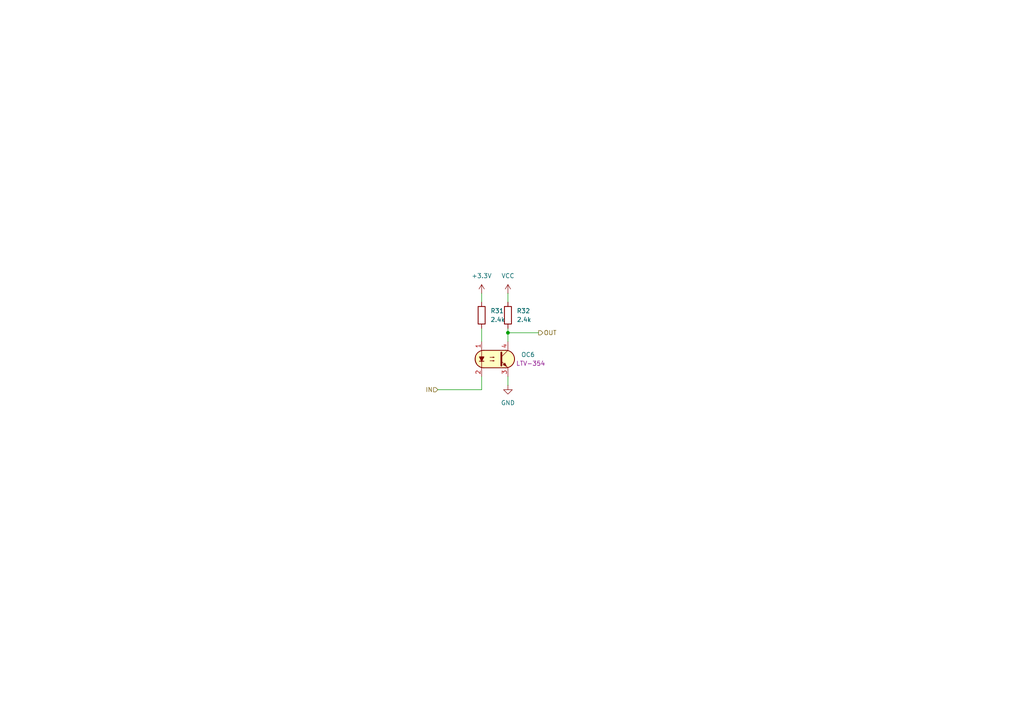
<source format=kicad_sch>
(kicad_sch (version 20250114) (generator "eeschema") (generator_version "9.0")
  (paper "A4")
  (lib_symbols
    (symbol "Optocoupler_AKL:FOD817S" (pin_names (offset 1.016))
      (property "Reference" "OC" (at 6.35 1.27 0))
      (property "Value" "FOD817S" (at 6.35 -1.27 0))
      (symbol "FOD817S_0_1"
        (polyline (pts (xy -4.445 -0.635) (xy -3.175 -0.635)) (stroke (width 0.254)))
        (polyline (pts (xy -3.81 -0.635) (xy -4.445 0.635) (xy -3.175 0.635) (xy -3.81 -0.635)) (stroke (width 0.254)) (fill (type outline)))
        (polyline (pts (xy -3.81 -2.54) (xy -3.81 -1.27) (xy -3.81 2.54)) (stroke (width 0.1524)))
        (polyline (pts (xy -3.175 2.54) (xy 3.175 2.54)) (stroke (width 0.254)))
        (arc (start -3.1975 -2.54) (mid -5.7151 0) (end -3.1975 2.54) (stroke (width 0.254)))
        (polyline (pts (xy -2.54 2.54) (xy 3.429 2.54) (xy 4.318 2.286) (xy 4.699 2.032) (xy 5.08 1.651) (xy 5.461 1.016) (xy 5.715 0.381) (xy 5.715 -0.381) (xy 5.461 -1.143) (xy 4.826 -1.905) (xy 4.191 -2.286) (xy 3.302 -2.54) (xy -3.81 -2.54) (xy -3.81 -2.54) (xy -4.572 -2.032) (xy -5.08 -1.778) (xy -5.588 -0.508) (xy -5.588 0.254) (xy -5.588 1.016) (xy -5.08 1.778) (xy -4.318 2.286) (xy -3.556 2.54) (xy -2.54 2.54)) (stroke (width 0.01)) (fill (type background)))
        (polyline (pts (xy -1.397 0.508) (xy -0.127 0.508) (xy -0.508 0.381) (xy -0.508 0.635) (xy -0.127 0.508)))
        (polyline (pts (xy -1.397 -0.508) (xy -0.127 -0.508) (xy -0.508 -0.635) (xy -0.508 -0.381) (xy -0.127 -0.508)))
        (polyline (pts (xy 1.905 1.905) (xy 1.905 -1.905) (xy 1.905 -1.905)) (stroke (width 0.508)))
        (polyline (pts (xy 1.905 0.635) (xy 3.81 2.54)))
        (polyline (pts (xy 2.413 -1.651) (xy 2.921 -1.143) (xy 3.429 -2.159) (xy 2.413 -1.651) (xy 2.413 -1.651)) (fill (type outline)))
        (arc (start 3.1975 2.54) (mid 5.7151 0) (end 3.1975 -2.54) (stroke (width 0.254)))
        (polyline (pts (xy 3.175 -2.54) (xy -3.175 -2.54)) (stroke (width 0.254)))
        (polyline (pts (xy 3.81 -2.54) (xy 1.905 -0.635)) (fill (type outline)))
      )
      (symbol "FOD817S_1_1"
        (pin passive line (at -3.81 5.08 270) (length 2.54) (name "~") (number "1"))
        (pin passive line (at -3.81 -5.08 90) (length 2.54) (name "~") (number "2"))
        (pin passive line (at 3.81 5.08 270) (length 2.54) (name "~") (number "4"))
        (pin passive line (at 3.81 -5.08 90) (length 2.54) (name "~") (number "3"))
      )
    )
    (symbol "Resistor_AKL:R_0603" (pin_numbers (hide yes)) (pin_names (offset 0))
      (property "Reference" "R" (at 2.54 1.27 0))
      (property "Value" "R_0603" (at 2.54 -1.27 0))
      (symbol "R_0603_0_1"
        (rectangle (start -1.016 2.54) (end 1.016 -2.54) (stroke (width 0.254)))
      )
      (symbol "R_0603_0_2"
        (polyline (pts (xy -2.54 -2.54) (xy -1.524 -1.524)))
        (polyline (pts (xy 1.524 1.524) (xy 2.54 2.54)))
        (polyline (pts (xy 1.524 1.524) (xy 0.889 2.159) (xy -2.159 -0.889) (xy -0.889 -2.159) (xy 2.159 0.889) (xy 1.524 1.524)) (stroke (width 0.254)))
      )
      (symbol "R_0603_1_1"
        (pin passive line (at 0 3.81 270) (length 1.27) (name "~") (number "1"))
        (pin passive line (at 0 -3.81 90) (length 1.27) (name "~") (number "2"))
      )
      (symbol "R_0603_1_2"
        (pin passive line (at -2.54 -2.54 0) (length 0) (name "") (number "2"))
        (pin passive line (at 2.54 2.54 180) (length 0) (name "") (number "1"))
      )
    )
    (symbol "power:+3.3V" (power) (pin_numbers (hide yes)) (pin_names (offset 0) (hide yes))
      (property "Value" "+3.3V" (at 0 3.556 0))
      (symbol "+3.3V_0_1"
        (polyline (pts (xy -0.762 1.27) (xy 0 2.54)))
        (polyline (pts (xy 0 2.54) (xy 0.762 1.27)))
        (polyline (pts (xy 0 0) (xy 0 2.54)))
      )
      (symbol "+3.3V_1_1"
        (pin power_in line (at 0 0 90) (length 0) (name "~") (number "1"))
      )
    )
    (symbol "power:GND" (power) (pin_numbers (hide yes)) (pin_names (offset 0) (hide yes))
      (property "Value" "GND" (at 0 -3.81 0))
      (symbol "GND_0_1"
        (polyline (pts (xy 0 0) (xy 0 -1.27) (xy 1.27 -1.27) (xy 0 -2.54) (xy -1.27 -1.27) (xy 0 -1.27)))
      )
      (symbol "GND_1_1"
        (pin power_in line (at 0 0 270) (length 0) (name "~") (number "1"))
      )
    )
    (symbol "power:VCC" (power) (pin_numbers (hide yes)) (pin_names (offset 0) (hide yes))
      (property "Value" "VCC" (at 0 3.556 0))
      (symbol "VCC_0_1"
        (polyline (pts (xy -0.762 1.27) (xy 0 2.54)))
        (polyline (pts (xy 0 2.54) (xy 0.762 1.27)))
        (polyline (pts (xy 0 0) (xy 0 2.54)))
      )
      (symbol "VCC_1_1"
        (pin power_in line (at 0 0 90) (length 0) (name "~") (number "1"))
      )
    )
  )
  (junction (at 147.32 96.52))
  (wire (pts (xy 139.7 85.09) (xy 139.7 87.63)))
  (wire (pts (xy 147.32 96.52) (xy 147.32 99.06)))
  (wire (pts (xy 147.32 109.22) (xy 147.32 111.76)))
  (wire (pts (xy 139.7 113.03) (xy 139.7 109.22)))
  (wire (pts (xy 147.32 95.25) (xy 147.32 96.52)))
  (wire (pts (xy 147.32 96.52) (xy 156.21 96.52)))
  (wire (pts (xy 139.7 95.25) (xy 139.7 99.06)))
  (wire (pts (xy 127 113.03) (xy 139.7 113.03)))
  (wire (pts (xy 147.32 85.09) (xy 147.32 87.63)))
  (hierarchical_label "OUT" (shape output) (at 156.21 96.52 0))
  (hierarchical_label "IN" (shape input) (at 127 113.03 180))
  (symbol (lib_id "power:VCC") (at 147.32 85.09 0) (unit 1)
    (property "Reference" "#PWR048" (effects (hide yes)))
    (property "Value" "VCC" (at 147.32 80.01 0))
    (property "Description" "Power symbol creates a global label with name \"VCC\"" (effects (hide yes)))
  )
  (symbol (lib_id "power:GND") (at 147.32 111.76 0) (unit 1)
    (property "Reference" "#PWR049" (effects (hide yes)))
    (property "Value" "GND" (at 147.32 116.84 0))
    (property "Description" "Power symbol creates a global label with name \"GND\" , ground" (effects (hide yes)))
  )
  (symbol (lib_id "Optocoupler_AKL:FOD817S") (at 143.51 104.14 0) (unit 1)
    (property "Reference" "OC6" (at 151.13 102.8699 0) (effects (justify left)))
    (property "Value" "FOD817S" (effects (hide yes)))
    (property "Footprint" "Package_DIP_AKL:SMDIP-4_W9.53mm" (effects (hide yes)))
    (property "Datasheet" "https://www.tme.eu/Document/3a0358906a5fcb3aa253d025de809a1d/FOD814300W.PDF" (effects (hide yes)))
    (property "Description" "SMDIP-4 Optocoupler, Transistor output, 5kV, 8us, Alternate KiCAD Library" (effects (hide yes)))
    (property "Part Number" "LTV-354" (at 153.924 105.41 0))
  )
  (symbol (lib_id "power:+3.3V") (at 139.7 85.09 0) (unit 1)
    (property "Reference" "#PWR047" (effects (hide yes)))
    (property "Value" "+3.3V" (at 139.7 80.01 0))
    (property "Description" "Power symbol creates a global label with name \"+3.3V\"" (effects (hide yes)))
  )
  (symbol (lib_id "Resistor_AKL:R_0603") (at 147.32 91.44 180) (unit 1)
    (property "Reference" "R32" (at 149.86 90.1699 0) (effects (justify right)))
    (property "Value" "2.4k" (at 149.86 92.7099 0) (effects (justify right)))
    (property "Footprint" "Resistor_SMD_AKL:R_0603_1608Metric" (effects (hide yes)))
    (property "Description" "SMD 0603 Chip Resistor, European Symbol, Alternate KiCad Library" (effects (hide yes)))
  )
  (symbol (lib_id "Resistor_AKL:R_0603") (at 139.7 91.44 180) (unit 1)
    (property "Reference" "R31" (at 142.24 90.1699 0) (effects (justify right)))
    (property "Value" "2.4k" (at 142.24 92.7099 0) (effects (justify right)))
    (property "Footprint" "Resistor_SMD_AKL:R_0603_1608Metric" (effects (hide yes)))
    (property "Description" "SMD 0603 Chip Resistor, European Symbol, Alternate KiCad Library" (effects (hide yes)))
  )
)
</source>
